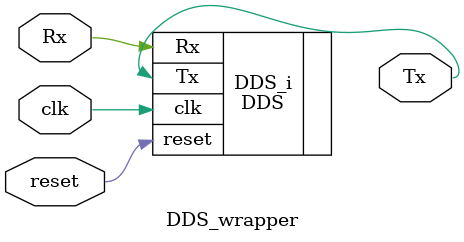
<source format=v>
`timescale 1 ps / 1 ps

module DDS_wrapper
   (Rx,
    Tx,
    clk,
    reset);
  input Rx;
  output Tx;
  input clk;
  input reset;

  wire Rx;
  wire Tx;
  wire clk;
  wire reset;

  DDS DDS_i
       (.Rx(Rx),
        .Tx(Tx),
        .clk(clk),
        .reset(reset));
endmodule

</source>
